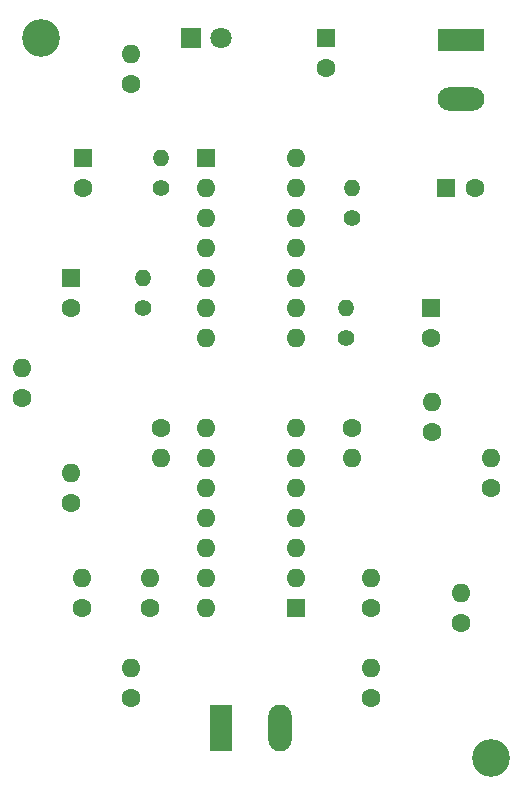
<source format=gbr>
%TF.GenerationSoftware,KiCad,Pcbnew,6.0.11+dfsg-1~bpo11+1*%
%TF.CreationDate,2023-11-19T23:21:45+01:00*%
%TF.ProjectId,lux106_002,6c757831-3036-45f3-9030-322e6b696361,rev?*%
%TF.SameCoordinates,Original*%
%TF.FileFunction,Soldermask,Top*%
%TF.FilePolarity,Negative*%
%FSLAX46Y46*%
G04 Gerber Fmt 4.6, Leading zero omitted, Abs format (unit mm)*
G04 Created by KiCad (PCBNEW 6.0.11+dfsg-1~bpo11+1) date 2023-11-19 23:21:45*
%MOMM*%
%LPD*%
G01*
G04 APERTURE LIST*
%ADD10C,1.400000*%
%ADD11O,1.400000X1.400000*%
%ADD12C,1.600000*%
%ADD13O,1.600000X1.600000*%
%ADD14R,3.960000X1.980000*%
%ADD15O,3.960000X1.980000*%
%ADD16R,1.600000X1.600000*%
%ADD17R,1.800000X1.800000*%
%ADD18C,1.800000*%
%ADD19C,3.200000*%
%ADD20R,1.980000X3.960000*%
%ADD21O,1.980000X3.960000*%
G04 APERTURE END LIST*
D10*
%TO.C,R11*%
X105080000Y-78730000D03*
D11*
X105080000Y-76190000D03*
%TD*%
D12*
%TO.C,R1*%
X77140000Y-93980000D03*
D13*
X77140000Y-91440000D03*
%TD*%
D14*
%TO.C,BT1*%
X114300000Y-63620000D03*
D15*
X114300000Y-68620000D03*
%TD*%
D12*
%TO.C,R9*%
X116840000Y-101600000D03*
D13*
X116840000Y-99060000D03*
%TD*%
D12*
%TO.C,R16*%
X106680000Y-119380000D03*
D13*
X106680000Y-116840000D03*
%TD*%
D16*
%TO.C,C4*%
X111760000Y-86350000D03*
D12*
X111760000Y-88850000D03*
%TD*%
D16*
%TO.C,U1*%
X92720000Y-73625000D03*
D13*
X92720000Y-76165000D03*
X92720000Y-78705000D03*
X92720000Y-81245000D03*
X92720000Y-83785000D03*
X92720000Y-86325000D03*
X92720000Y-88865000D03*
X100340000Y-88865000D03*
X100340000Y-86325000D03*
X100340000Y-83785000D03*
X100340000Y-81245000D03*
X100340000Y-78705000D03*
X100340000Y-76165000D03*
X100340000Y-73625000D03*
%TD*%
D12*
%TO.C,R3*%
X81280000Y-102870000D03*
D13*
X81280000Y-100330000D03*
%TD*%
D16*
%TO.C,C3*%
X113010000Y-76200000D03*
D12*
X115510000Y-76200000D03*
%TD*%
D16*
%TO.C,C1*%
X82320000Y-73660000D03*
D12*
X82320000Y-76160000D03*
%TD*%
D16*
%TO.C,C2*%
X81280000Y-83810000D03*
D12*
X81280000Y-86310000D03*
%TD*%
D17*
%TO.C,D1*%
X91440000Y-63500000D03*
D18*
X93980000Y-63500000D03*
%TD*%
D12*
%TO.C,R8*%
X105080000Y-96520000D03*
D13*
X105080000Y-99060000D03*
%TD*%
D16*
%TO.C,C5*%
X102850000Y-63500000D03*
D12*
X102850000Y-66000000D03*
%TD*%
%TO.C,R13*%
X86360000Y-67415859D03*
D13*
X86360000Y-64875859D03*
%TD*%
D12*
%TO.C,R7*%
X106680000Y-111760000D03*
D13*
X106680000Y-109220000D03*
%TD*%
D10*
%TO.C,R6*%
X88890000Y-76190000D03*
D11*
X88890000Y-73650000D03*
%TD*%
D19*
%TO.C,*%
X78740000Y-63500000D03*
%TD*%
D10*
%TO.C,R4*%
X87410000Y-86350000D03*
D11*
X87410000Y-83810000D03*
%TD*%
D12*
%TO.C,R2*%
X87960000Y-111760000D03*
D13*
X87960000Y-109220000D03*
%TD*%
D19*
%TO.C,*%
X116840000Y-124460000D03*
%TD*%
D16*
%TO.C,U2*%
X100320000Y-111765000D03*
D13*
X100320000Y-109225000D03*
X100320000Y-106685000D03*
X100320000Y-104145000D03*
X100320000Y-101605000D03*
X100320000Y-99065000D03*
X100320000Y-96525000D03*
X92700000Y-96525000D03*
X92700000Y-99065000D03*
X92700000Y-101605000D03*
X92700000Y-104145000D03*
X92700000Y-106685000D03*
X92700000Y-109225000D03*
X92700000Y-111765000D03*
%TD*%
D12*
%TO.C,R10*%
X111821380Y-96878865D03*
D13*
X111821380Y-94338865D03*
%TD*%
D12*
%TO.C,R14*%
X86360000Y-119380000D03*
D13*
X86360000Y-116840000D03*
%TD*%
D10*
%TO.C,R12*%
X104580000Y-88890000D03*
D11*
X104580000Y-86350000D03*
%TD*%
D12*
%TO.C,R15*%
X82190000Y-111760000D03*
D13*
X82190000Y-109220000D03*
%TD*%
D12*
%TO.C,R5*%
X88900000Y-96520000D03*
D13*
X88900000Y-99060000D03*
%TD*%
D20*
%TO.C,J1*%
X93980000Y-121920000D03*
D21*
X98980000Y-121920000D03*
%TD*%
D12*
%TO.C,R17*%
X114300000Y-113030000D03*
D13*
X114300000Y-110490000D03*
%TD*%
M02*

</source>
